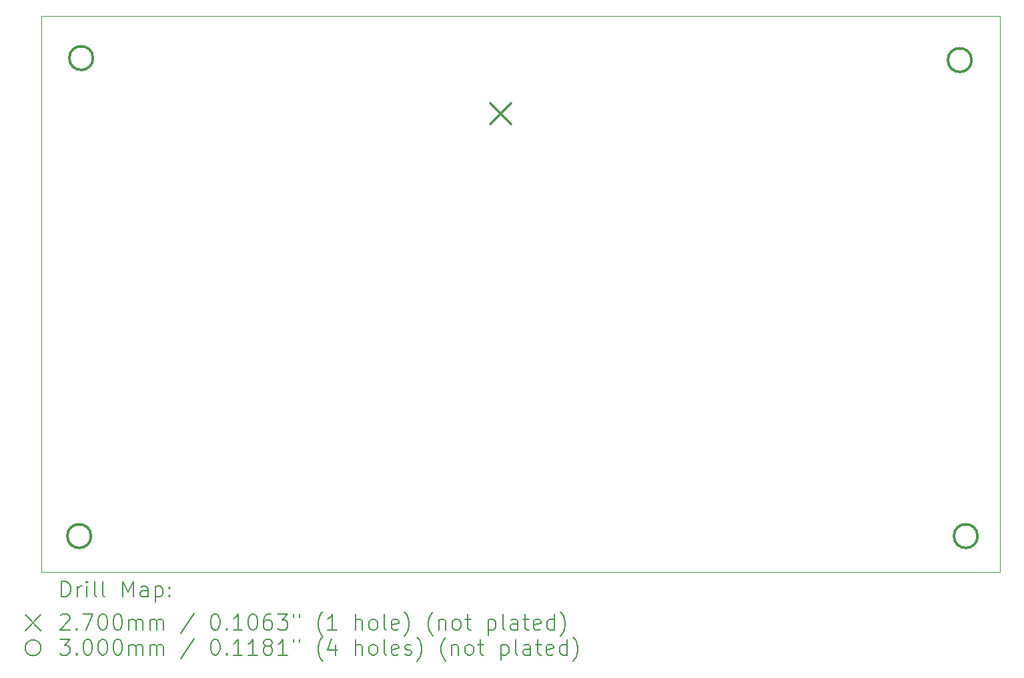
<source format=gbr>
%TF.GenerationSoftware,KiCad,Pcbnew,8.0.0*%
%TF.CreationDate,2024-03-17T18:16:01+01:00*%
%TF.ProjectId,Motor_Control,4d6f746f-725f-4436-9f6e-74726f6c2e6b,rev?*%
%TF.SameCoordinates,Original*%
%TF.FileFunction,Drillmap*%
%TF.FilePolarity,Positive*%
%FSLAX45Y45*%
G04 Gerber Fmt 4.5, Leading zero omitted, Abs format (unit mm)*
G04 Created by KiCad (PCBNEW 8.0.0) date 2024-03-17 18:16:01*
%MOMM*%
%LPD*%
G01*
G04 APERTURE LIST*
%ADD10C,0.050000*%
%ADD11C,0.200000*%
%ADD12C,0.270000*%
%ADD13C,0.300000*%
G04 APERTURE END LIST*
D10*
X14224000Y-4216400D02*
X26390600Y-4216400D01*
X26390600Y-11277600D01*
X14224000Y-11277600D01*
X14224000Y-4216400D01*
D11*
D12*
X19917500Y-5317500D02*
X20187500Y-5587500D01*
X20187500Y-5317500D02*
X19917500Y-5587500D01*
D13*
X14856600Y-10820400D02*
G75*
G02*
X14556600Y-10820400I-150000J0D01*
G01*
X14556600Y-10820400D02*
G75*
G02*
X14856600Y-10820400I150000J0D01*
G01*
X14882000Y-4749800D02*
G75*
G02*
X14582000Y-4749800I-150000J0D01*
G01*
X14582000Y-4749800D02*
G75*
G02*
X14882000Y-4749800I150000J0D01*
G01*
X26032600Y-4775200D02*
G75*
G02*
X25732600Y-4775200I-150000J0D01*
G01*
X25732600Y-4775200D02*
G75*
G02*
X26032600Y-4775200I150000J0D01*
G01*
X26108800Y-10820400D02*
G75*
G02*
X25808800Y-10820400I-150000J0D01*
G01*
X25808800Y-10820400D02*
G75*
G02*
X26108800Y-10820400I150000J0D01*
G01*
D11*
X14482277Y-11591584D02*
X14482277Y-11391584D01*
X14482277Y-11391584D02*
X14529896Y-11391584D01*
X14529896Y-11391584D02*
X14558467Y-11401108D01*
X14558467Y-11401108D02*
X14577515Y-11420155D01*
X14577515Y-11420155D02*
X14587039Y-11439203D01*
X14587039Y-11439203D02*
X14596562Y-11477298D01*
X14596562Y-11477298D02*
X14596562Y-11505869D01*
X14596562Y-11505869D02*
X14587039Y-11543965D01*
X14587039Y-11543965D02*
X14577515Y-11563012D01*
X14577515Y-11563012D02*
X14558467Y-11582060D01*
X14558467Y-11582060D02*
X14529896Y-11591584D01*
X14529896Y-11591584D02*
X14482277Y-11591584D01*
X14682277Y-11591584D02*
X14682277Y-11458250D01*
X14682277Y-11496346D02*
X14691801Y-11477298D01*
X14691801Y-11477298D02*
X14701324Y-11467774D01*
X14701324Y-11467774D02*
X14720372Y-11458250D01*
X14720372Y-11458250D02*
X14739420Y-11458250D01*
X14806086Y-11591584D02*
X14806086Y-11458250D01*
X14806086Y-11391584D02*
X14796562Y-11401108D01*
X14796562Y-11401108D02*
X14806086Y-11410631D01*
X14806086Y-11410631D02*
X14815610Y-11401108D01*
X14815610Y-11401108D02*
X14806086Y-11391584D01*
X14806086Y-11391584D02*
X14806086Y-11410631D01*
X14929896Y-11591584D02*
X14910848Y-11582060D01*
X14910848Y-11582060D02*
X14901324Y-11563012D01*
X14901324Y-11563012D02*
X14901324Y-11391584D01*
X15034658Y-11591584D02*
X15015610Y-11582060D01*
X15015610Y-11582060D02*
X15006086Y-11563012D01*
X15006086Y-11563012D02*
X15006086Y-11391584D01*
X15263229Y-11591584D02*
X15263229Y-11391584D01*
X15263229Y-11391584D02*
X15329896Y-11534441D01*
X15329896Y-11534441D02*
X15396562Y-11391584D01*
X15396562Y-11391584D02*
X15396562Y-11591584D01*
X15577515Y-11591584D02*
X15577515Y-11486822D01*
X15577515Y-11486822D02*
X15567991Y-11467774D01*
X15567991Y-11467774D02*
X15548943Y-11458250D01*
X15548943Y-11458250D02*
X15510848Y-11458250D01*
X15510848Y-11458250D02*
X15491801Y-11467774D01*
X15577515Y-11582060D02*
X15558467Y-11591584D01*
X15558467Y-11591584D02*
X15510848Y-11591584D01*
X15510848Y-11591584D02*
X15491801Y-11582060D01*
X15491801Y-11582060D02*
X15482277Y-11563012D01*
X15482277Y-11563012D02*
X15482277Y-11543965D01*
X15482277Y-11543965D02*
X15491801Y-11524917D01*
X15491801Y-11524917D02*
X15510848Y-11515393D01*
X15510848Y-11515393D02*
X15558467Y-11515393D01*
X15558467Y-11515393D02*
X15577515Y-11505869D01*
X15672753Y-11458250D02*
X15672753Y-11658250D01*
X15672753Y-11467774D02*
X15691801Y-11458250D01*
X15691801Y-11458250D02*
X15729896Y-11458250D01*
X15729896Y-11458250D02*
X15748943Y-11467774D01*
X15748943Y-11467774D02*
X15758467Y-11477298D01*
X15758467Y-11477298D02*
X15767991Y-11496346D01*
X15767991Y-11496346D02*
X15767991Y-11553488D01*
X15767991Y-11553488D02*
X15758467Y-11572536D01*
X15758467Y-11572536D02*
X15748943Y-11582060D01*
X15748943Y-11582060D02*
X15729896Y-11591584D01*
X15729896Y-11591584D02*
X15691801Y-11591584D01*
X15691801Y-11591584D02*
X15672753Y-11582060D01*
X15853705Y-11572536D02*
X15863229Y-11582060D01*
X15863229Y-11582060D02*
X15853705Y-11591584D01*
X15853705Y-11591584D02*
X15844182Y-11582060D01*
X15844182Y-11582060D02*
X15853705Y-11572536D01*
X15853705Y-11572536D02*
X15853705Y-11591584D01*
X15853705Y-11467774D02*
X15863229Y-11477298D01*
X15863229Y-11477298D02*
X15853705Y-11486822D01*
X15853705Y-11486822D02*
X15844182Y-11477298D01*
X15844182Y-11477298D02*
X15853705Y-11467774D01*
X15853705Y-11467774D02*
X15853705Y-11486822D01*
X14021500Y-11820100D02*
X14221500Y-12020100D01*
X14221500Y-11820100D02*
X14021500Y-12020100D01*
X14472753Y-11830631D02*
X14482277Y-11821108D01*
X14482277Y-11821108D02*
X14501324Y-11811584D01*
X14501324Y-11811584D02*
X14548943Y-11811584D01*
X14548943Y-11811584D02*
X14567991Y-11821108D01*
X14567991Y-11821108D02*
X14577515Y-11830631D01*
X14577515Y-11830631D02*
X14587039Y-11849679D01*
X14587039Y-11849679D02*
X14587039Y-11868727D01*
X14587039Y-11868727D02*
X14577515Y-11897298D01*
X14577515Y-11897298D02*
X14463229Y-12011584D01*
X14463229Y-12011584D02*
X14587039Y-12011584D01*
X14672753Y-11992536D02*
X14682277Y-12002060D01*
X14682277Y-12002060D02*
X14672753Y-12011584D01*
X14672753Y-12011584D02*
X14663229Y-12002060D01*
X14663229Y-12002060D02*
X14672753Y-11992536D01*
X14672753Y-11992536D02*
X14672753Y-12011584D01*
X14748943Y-11811584D02*
X14882277Y-11811584D01*
X14882277Y-11811584D02*
X14796562Y-12011584D01*
X14996562Y-11811584D02*
X15015610Y-11811584D01*
X15015610Y-11811584D02*
X15034658Y-11821108D01*
X15034658Y-11821108D02*
X15044182Y-11830631D01*
X15044182Y-11830631D02*
X15053705Y-11849679D01*
X15053705Y-11849679D02*
X15063229Y-11887774D01*
X15063229Y-11887774D02*
X15063229Y-11935393D01*
X15063229Y-11935393D02*
X15053705Y-11973488D01*
X15053705Y-11973488D02*
X15044182Y-11992536D01*
X15044182Y-11992536D02*
X15034658Y-12002060D01*
X15034658Y-12002060D02*
X15015610Y-12011584D01*
X15015610Y-12011584D02*
X14996562Y-12011584D01*
X14996562Y-12011584D02*
X14977515Y-12002060D01*
X14977515Y-12002060D02*
X14967991Y-11992536D01*
X14967991Y-11992536D02*
X14958467Y-11973488D01*
X14958467Y-11973488D02*
X14948943Y-11935393D01*
X14948943Y-11935393D02*
X14948943Y-11887774D01*
X14948943Y-11887774D02*
X14958467Y-11849679D01*
X14958467Y-11849679D02*
X14967991Y-11830631D01*
X14967991Y-11830631D02*
X14977515Y-11821108D01*
X14977515Y-11821108D02*
X14996562Y-11811584D01*
X15187039Y-11811584D02*
X15206086Y-11811584D01*
X15206086Y-11811584D02*
X15225134Y-11821108D01*
X15225134Y-11821108D02*
X15234658Y-11830631D01*
X15234658Y-11830631D02*
X15244182Y-11849679D01*
X15244182Y-11849679D02*
X15253705Y-11887774D01*
X15253705Y-11887774D02*
X15253705Y-11935393D01*
X15253705Y-11935393D02*
X15244182Y-11973488D01*
X15244182Y-11973488D02*
X15234658Y-11992536D01*
X15234658Y-11992536D02*
X15225134Y-12002060D01*
X15225134Y-12002060D02*
X15206086Y-12011584D01*
X15206086Y-12011584D02*
X15187039Y-12011584D01*
X15187039Y-12011584D02*
X15167991Y-12002060D01*
X15167991Y-12002060D02*
X15158467Y-11992536D01*
X15158467Y-11992536D02*
X15148943Y-11973488D01*
X15148943Y-11973488D02*
X15139420Y-11935393D01*
X15139420Y-11935393D02*
X15139420Y-11887774D01*
X15139420Y-11887774D02*
X15148943Y-11849679D01*
X15148943Y-11849679D02*
X15158467Y-11830631D01*
X15158467Y-11830631D02*
X15167991Y-11821108D01*
X15167991Y-11821108D02*
X15187039Y-11811584D01*
X15339420Y-12011584D02*
X15339420Y-11878250D01*
X15339420Y-11897298D02*
X15348943Y-11887774D01*
X15348943Y-11887774D02*
X15367991Y-11878250D01*
X15367991Y-11878250D02*
X15396563Y-11878250D01*
X15396563Y-11878250D02*
X15415610Y-11887774D01*
X15415610Y-11887774D02*
X15425134Y-11906822D01*
X15425134Y-11906822D02*
X15425134Y-12011584D01*
X15425134Y-11906822D02*
X15434658Y-11887774D01*
X15434658Y-11887774D02*
X15453705Y-11878250D01*
X15453705Y-11878250D02*
X15482277Y-11878250D01*
X15482277Y-11878250D02*
X15501324Y-11887774D01*
X15501324Y-11887774D02*
X15510848Y-11906822D01*
X15510848Y-11906822D02*
X15510848Y-12011584D01*
X15606086Y-12011584D02*
X15606086Y-11878250D01*
X15606086Y-11897298D02*
X15615610Y-11887774D01*
X15615610Y-11887774D02*
X15634658Y-11878250D01*
X15634658Y-11878250D02*
X15663229Y-11878250D01*
X15663229Y-11878250D02*
X15682277Y-11887774D01*
X15682277Y-11887774D02*
X15691801Y-11906822D01*
X15691801Y-11906822D02*
X15691801Y-12011584D01*
X15691801Y-11906822D02*
X15701324Y-11887774D01*
X15701324Y-11887774D02*
X15720372Y-11878250D01*
X15720372Y-11878250D02*
X15748943Y-11878250D01*
X15748943Y-11878250D02*
X15767991Y-11887774D01*
X15767991Y-11887774D02*
X15777515Y-11906822D01*
X15777515Y-11906822D02*
X15777515Y-12011584D01*
X16167991Y-11802060D02*
X15996563Y-12059203D01*
X16425134Y-11811584D02*
X16444182Y-11811584D01*
X16444182Y-11811584D02*
X16463229Y-11821108D01*
X16463229Y-11821108D02*
X16472753Y-11830631D01*
X16472753Y-11830631D02*
X16482277Y-11849679D01*
X16482277Y-11849679D02*
X16491801Y-11887774D01*
X16491801Y-11887774D02*
X16491801Y-11935393D01*
X16491801Y-11935393D02*
X16482277Y-11973488D01*
X16482277Y-11973488D02*
X16472753Y-11992536D01*
X16472753Y-11992536D02*
X16463229Y-12002060D01*
X16463229Y-12002060D02*
X16444182Y-12011584D01*
X16444182Y-12011584D02*
X16425134Y-12011584D01*
X16425134Y-12011584D02*
X16406086Y-12002060D01*
X16406086Y-12002060D02*
X16396563Y-11992536D01*
X16396563Y-11992536D02*
X16387039Y-11973488D01*
X16387039Y-11973488D02*
X16377515Y-11935393D01*
X16377515Y-11935393D02*
X16377515Y-11887774D01*
X16377515Y-11887774D02*
X16387039Y-11849679D01*
X16387039Y-11849679D02*
X16396563Y-11830631D01*
X16396563Y-11830631D02*
X16406086Y-11821108D01*
X16406086Y-11821108D02*
X16425134Y-11811584D01*
X16577515Y-11992536D02*
X16587039Y-12002060D01*
X16587039Y-12002060D02*
X16577515Y-12011584D01*
X16577515Y-12011584D02*
X16567991Y-12002060D01*
X16567991Y-12002060D02*
X16577515Y-11992536D01*
X16577515Y-11992536D02*
X16577515Y-12011584D01*
X16777515Y-12011584D02*
X16663229Y-12011584D01*
X16720372Y-12011584D02*
X16720372Y-11811584D01*
X16720372Y-11811584D02*
X16701325Y-11840155D01*
X16701325Y-11840155D02*
X16682277Y-11859203D01*
X16682277Y-11859203D02*
X16663229Y-11868727D01*
X16901325Y-11811584D02*
X16920372Y-11811584D01*
X16920372Y-11811584D02*
X16939420Y-11821108D01*
X16939420Y-11821108D02*
X16948944Y-11830631D01*
X16948944Y-11830631D02*
X16958468Y-11849679D01*
X16958468Y-11849679D02*
X16967991Y-11887774D01*
X16967991Y-11887774D02*
X16967991Y-11935393D01*
X16967991Y-11935393D02*
X16958468Y-11973488D01*
X16958468Y-11973488D02*
X16948944Y-11992536D01*
X16948944Y-11992536D02*
X16939420Y-12002060D01*
X16939420Y-12002060D02*
X16920372Y-12011584D01*
X16920372Y-12011584D02*
X16901325Y-12011584D01*
X16901325Y-12011584D02*
X16882277Y-12002060D01*
X16882277Y-12002060D02*
X16872753Y-11992536D01*
X16872753Y-11992536D02*
X16863229Y-11973488D01*
X16863229Y-11973488D02*
X16853706Y-11935393D01*
X16853706Y-11935393D02*
X16853706Y-11887774D01*
X16853706Y-11887774D02*
X16863229Y-11849679D01*
X16863229Y-11849679D02*
X16872753Y-11830631D01*
X16872753Y-11830631D02*
X16882277Y-11821108D01*
X16882277Y-11821108D02*
X16901325Y-11811584D01*
X17139420Y-11811584D02*
X17101325Y-11811584D01*
X17101325Y-11811584D02*
X17082277Y-11821108D01*
X17082277Y-11821108D02*
X17072753Y-11830631D01*
X17072753Y-11830631D02*
X17053706Y-11859203D01*
X17053706Y-11859203D02*
X17044182Y-11897298D01*
X17044182Y-11897298D02*
X17044182Y-11973488D01*
X17044182Y-11973488D02*
X17053706Y-11992536D01*
X17053706Y-11992536D02*
X17063229Y-12002060D01*
X17063229Y-12002060D02*
X17082277Y-12011584D01*
X17082277Y-12011584D02*
X17120372Y-12011584D01*
X17120372Y-12011584D02*
X17139420Y-12002060D01*
X17139420Y-12002060D02*
X17148944Y-11992536D01*
X17148944Y-11992536D02*
X17158468Y-11973488D01*
X17158468Y-11973488D02*
X17158468Y-11925869D01*
X17158468Y-11925869D02*
X17148944Y-11906822D01*
X17148944Y-11906822D02*
X17139420Y-11897298D01*
X17139420Y-11897298D02*
X17120372Y-11887774D01*
X17120372Y-11887774D02*
X17082277Y-11887774D01*
X17082277Y-11887774D02*
X17063229Y-11897298D01*
X17063229Y-11897298D02*
X17053706Y-11906822D01*
X17053706Y-11906822D02*
X17044182Y-11925869D01*
X17225134Y-11811584D02*
X17348944Y-11811584D01*
X17348944Y-11811584D02*
X17282277Y-11887774D01*
X17282277Y-11887774D02*
X17310849Y-11887774D01*
X17310849Y-11887774D02*
X17329896Y-11897298D01*
X17329896Y-11897298D02*
X17339420Y-11906822D01*
X17339420Y-11906822D02*
X17348944Y-11925869D01*
X17348944Y-11925869D02*
X17348944Y-11973488D01*
X17348944Y-11973488D02*
X17339420Y-11992536D01*
X17339420Y-11992536D02*
X17329896Y-12002060D01*
X17329896Y-12002060D02*
X17310849Y-12011584D01*
X17310849Y-12011584D02*
X17253706Y-12011584D01*
X17253706Y-12011584D02*
X17234658Y-12002060D01*
X17234658Y-12002060D02*
X17225134Y-11992536D01*
X17425134Y-11811584D02*
X17425134Y-11849679D01*
X17501325Y-11811584D02*
X17501325Y-11849679D01*
X17796563Y-12087774D02*
X17787039Y-12078250D01*
X17787039Y-12078250D02*
X17767991Y-12049679D01*
X17767991Y-12049679D02*
X17758468Y-12030631D01*
X17758468Y-12030631D02*
X17748944Y-12002060D01*
X17748944Y-12002060D02*
X17739420Y-11954441D01*
X17739420Y-11954441D02*
X17739420Y-11916346D01*
X17739420Y-11916346D02*
X17748944Y-11868727D01*
X17748944Y-11868727D02*
X17758468Y-11840155D01*
X17758468Y-11840155D02*
X17767991Y-11821108D01*
X17767991Y-11821108D02*
X17787039Y-11792536D01*
X17787039Y-11792536D02*
X17796563Y-11783012D01*
X17977515Y-12011584D02*
X17863230Y-12011584D01*
X17920372Y-12011584D02*
X17920372Y-11811584D01*
X17920372Y-11811584D02*
X17901325Y-11840155D01*
X17901325Y-11840155D02*
X17882277Y-11859203D01*
X17882277Y-11859203D02*
X17863230Y-11868727D01*
X18215611Y-12011584D02*
X18215611Y-11811584D01*
X18301325Y-12011584D02*
X18301325Y-11906822D01*
X18301325Y-11906822D02*
X18291801Y-11887774D01*
X18291801Y-11887774D02*
X18272753Y-11878250D01*
X18272753Y-11878250D02*
X18244182Y-11878250D01*
X18244182Y-11878250D02*
X18225134Y-11887774D01*
X18225134Y-11887774D02*
X18215611Y-11897298D01*
X18425134Y-12011584D02*
X18406087Y-12002060D01*
X18406087Y-12002060D02*
X18396563Y-11992536D01*
X18396563Y-11992536D02*
X18387039Y-11973488D01*
X18387039Y-11973488D02*
X18387039Y-11916346D01*
X18387039Y-11916346D02*
X18396563Y-11897298D01*
X18396563Y-11897298D02*
X18406087Y-11887774D01*
X18406087Y-11887774D02*
X18425134Y-11878250D01*
X18425134Y-11878250D02*
X18453706Y-11878250D01*
X18453706Y-11878250D02*
X18472753Y-11887774D01*
X18472753Y-11887774D02*
X18482277Y-11897298D01*
X18482277Y-11897298D02*
X18491801Y-11916346D01*
X18491801Y-11916346D02*
X18491801Y-11973488D01*
X18491801Y-11973488D02*
X18482277Y-11992536D01*
X18482277Y-11992536D02*
X18472753Y-12002060D01*
X18472753Y-12002060D02*
X18453706Y-12011584D01*
X18453706Y-12011584D02*
X18425134Y-12011584D01*
X18606087Y-12011584D02*
X18587039Y-12002060D01*
X18587039Y-12002060D02*
X18577515Y-11983012D01*
X18577515Y-11983012D02*
X18577515Y-11811584D01*
X18758468Y-12002060D02*
X18739420Y-12011584D01*
X18739420Y-12011584D02*
X18701325Y-12011584D01*
X18701325Y-12011584D02*
X18682277Y-12002060D01*
X18682277Y-12002060D02*
X18672753Y-11983012D01*
X18672753Y-11983012D02*
X18672753Y-11906822D01*
X18672753Y-11906822D02*
X18682277Y-11887774D01*
X18682277Y-11887774D02*
X18701325Y-11878250D01*
X18701325Y-11878250D02*
X18739420Y-11878250D01*
X18739420Y-11878250D02*
X18758468Y-11887774D01*
X18758468Y-11887774D02*
X18767992Y-11906822D01*
X18767992Y-11906822D02*
X18767992Y-11925869D01*
X18767992Y-11925869D02*
X18672753Y-11944917D01*
X18834658Y-12087774D02*
X18844182Y-12078250D01*
X18844182Y-12078250D02*
X18863230Y-12049679D01*
X18863230Y-12049679D02*
X18872753Y-12030631D01*
X18872753Y-12030631D02*
X18882277Y-12002060D01*
X18882277Y-12002060D02*
X18891801Y-11954441D01*
X18891801Y-11954441D02*
X18891801Y-11916346D01*
X18891801Y-11916346D02*
X18882277Y-11868727D01*
X18882277Y-11868727D02*
X18872753Y-11840155D01*
X18872753Y-11840155D02*
X18863230Y-11821108D01*
X18863230Y-11821108D02*
X18844182Y-11792536D01*
X18844182Y-11792536D02*
X18834658Y-11783012D01*
X19196563Y-12087774D02*
X19187039Y-12078250D01*
X19187039Y-12078250D02*
X19167992Y-12049679D01*
X19167992Y-12049679D02*
X19158468Y-12030631D01*
X19158468Y-12030631D02*
X19148944Y-12002060D01*
X19148944Y-12002060D02*
X19139420Y-11954441D01*
X19139420Y-11954441D02*
X19139420Y-11916346D01*
X19139420Y-11916346D02*
X19148944Y-11868727D01*
X19148944Y-11868727D02*
X19158468Y-11840155D01*
X19158468Y-11840155D02*
X19167992Y-11821108D01*
X19167992Y-11821108D02*
X19187039Y-11792536D01*
X19187039Y-11792536D02*
X19196563Y-11783012D01*
X19272753Y-11878250D02*
X19272753Y-12011584D01*
X19272753Y-11897298D02*
X19282277Y-11887774D01*
X19282277Y-11887774D02*
X19301325Y-11878250D01*
X19301325Y-11878250D02*
X19329896Y-11878250D01*
X19329896Y-11878250D02*
X19348944Y-11887774D01*
X19348944Y-11887774D02*
X19358468Y-11906822D01*
X19358468Y-11906822D02*
X19358468Y-12011584D01*
X19482277Y-12011584D02*
X19463230Y-12002060D01*
X19463230Y-12002060D02*
X19453706Y-11992536D01*
X19453706Y-11992536D02*
X19444182Y-11973488D01*
X19444182Y-11973488D02*
X19444182Y-11916346D01*
X19444182Y-11916346D02*
X19453706Y-11897298D01*
X19453706Y-11897298D02*
X19463230Y-11887774D01*
X19463230Y-11887774D02*
X19482277Y-11878250D01*
X19482277Y-11878250D02*
X19510849Y-11878250D01*
X19510849Y-11878250D02*
X19529896Y-11887774D01*
X19529896Y-11887774D02*
X19539420Y-11897298D01*
X19539420Y-11897298D02*
X19548944Y-11916346D01*
X19548944Y-11916346D02*
X19548944Y-11973488D01*
X19548944Y-11973488D02*
X19539420Y-11992536D01*
X19539420Y-11992536D02*
X19529896Y-12002060D01*
X19529896Y-12002060D02*
X19510849Y-12011584D01*
X19510849Y-12011584D02*
X19482277Y-12011584D01*
X19606087Y-11878250D02*
X19682277Y-11878250D01*
X19634658Y-11811584D02*
X19634658Y-11983012D01*
X19634658Y-11983012D02*
X19644182Y-12002060D01*
X19644182Y-12002060D02*
X19663230Y-12011584D01*
X19663230Y-12011584D02*
X19682277Y-12011584D01*
X19901325Y-11878250D02*
X19901325Y-12078250D01*
X19901325Y-11887774D02*
X19920373Y-11878250D01*
X19920373Y-11878250D02*
X19958468Y-11878250D01*
X19958468Y-11878250D02*
X19977515Y-11887774D01*
X19977515Y-11887774D02*
X19987039Y-11897298D01*
X19987039Y-11897298D02*
X19996563Y-11916346D01*
X19996563Y-11916346D02*
X19996563Y-11973488D01*
X19996563Y-11973488D02*
X19987039Y-11992536D01*
X19987039Y-11992536D02*
X19977515Y-12002060D01*
X19977515Y-12002060D02*
X19958468Y-12011584D01*
X19958468Y-12011584D02*
X19920373Y-12011584D01*
X19920373Y-12011584D02*
X19901325Y-12002060D01*
X20110849Y-12011584D02*
X20091801Y-12002060D01*
X20091801Y-12002060D02*
X20082277Y-11983012D01*
X20082277Y-11983012D02*
X20082277Y-11811584D01*
X20272754Y-12011584D02*
X20272754Y-11906822D01*
X20272754Y-11906822D02*
X20263230Y-11887774D01*
X20263230Y-11887774D02*
X20244182Y-11878250D01*
X20244182Y-11878250D02*
X20206087Y-11878250D01*
X20206087Y-11878250D02*
X20187039Y-11887774D01*
X20272754Y-12002060D02*
X20253706Y-12011584D01*
X20253706Y-12011584D02*
X20206087Y-12011584D01*
X20206087Y-12011584D02*
X20187039Y-12002060D01*
X20187039Y-12002060D02*
X20177515Y-11983012D01*
X20177515Y-11983012D02*
X20177515Y-11963965D01*
X20177515Y-11963965D02*
X20187039Y-11944917D01*
X20187039Y-11944917D02*
X20206087Y-11935393D01*
X20206087Y-11935393D02*
X20253706Y-11935393D01*
X20253706Y-11935393D02*
X20272754Y-11925869D01*
X20339420Y-11878250D02*
X20415611Y-11878250D01*
X20367992Y-11811584D02*
X20367992Y-11983012D01*
X20367992Y-11983012D02*
X20377515Y-12002060D01*
X20377515Y-12002060D02*
X20396563Y-12011584D01*
X20396563Y-12011584D02*
X20415611Y-12011584D01*
X20558468Y-12002060D02*
X20539420Y-12011584D01*
X20539420Y-12011584D02*
X20501325Y-12011584D01*
X20501325Y-12011584D02*
X20482277Y-12002060D01*
X20482277Y-12002060D02*
X20472754Y-11983012D01*
X20472754Y-11983012D02*
X20472754Y-11906822D01*
X20472754Y-11906822D02*
X20482277Y-11887774D01*
X20482277Y-11887774D02*
X20501325Y-11878250D01*
X20501325Y-11878250D02*
X20539420Y-11878250D01*
X20539420Y-11878250D02*
X20558468Y-11887774D01*
X20558468Y-11887774D02*
X20567992Y-11906822D01*
X20567992Y-11906822D02*
X20567992Y-11925869D01*
X20567992Y-11925869D02*
X20472754Y-11944917D01*
X20739420Y-12011584D02*
X20739420Y-11811584D01*
X20739420Y-12002060D02*
X20720373Y-12011584D01*
X20720373Y-12011584D02*
X20682277Y-12011584D01*
X20682277Y-12011584D02*
X20663230Y-12002060D01*
X20663230Y-12002060D02*
X20653706Y-11992536D01*
X20653706Y-11992536D02*
X20644182Y-11973488D01*
X20644182Y-11973488D02*
X20644182Y-11916346D01*
X20644182Y-11916346D02*
X20653706Y-11897298D01*
X20653706Y-11897298D02*
X20663230Y-11887774D01*
X20663230Y-11887774D02*
X20682277Y-11878250D01*
X20682277Y-11878250D02*
X20720373Y-11878250D01*
X20720373Y-11878250D02*
X20739420Y-11887774D01*
X20815611Y-12087774D02*
X20825135Y-12078250D01*
X20825135Y-12078250D02*
X20844182Y-12049679D01*
X20844182Y-12049679D02*
X20853706Y-12030631D01*
X20853706Y-12030631D02*
X20863230Y-12002060D01*
X20863230Y-12002060D02*
X20872754Y-11954441D01*
X20872754Y-11954441D02*
X20872754Y-11916346D01*
X20872754Y-11916346D02*
X20863230Y-11868727D01*
X20863230Y-11868727D02*
X20853706Y-11840155D01*
X20853706Y-11840155D02*
X20844182Y-11821108D01*
X20844182Y-11821108D02*
X20825135Y-11792536D01*
X20825135Y-11792536D02*
X20815611Y-11783012D01*
X14221500Y-12240100D02*
G75*
G02*
X14021500Y-12240100I-100000J0D01*
G01*
X14021500Y-12240100D02*
G75*
G02*
X14221500Y-12240100I100000J0D01*
G01*
X14463229Y-12131584D02*
X14587039Y-12131584D01*
X14587039Y-12131584D02*
X14520372Y-12207774D01*
X14520372Y-12207774D02*
X14548943Y-12207774D01*
X14548943Y-12207774D02*
X14567991Y-12217298D01*
X14567991Y-12217298D02*
X14577515Y-12226822D01*
X14577515Y-12226822D02*
X14587039Y-12245869D01*
X14587039Y-12245869D02*
X14587039Y-12293488D01*
X14587039Y-12293488D02*
X14577515Y-12312536D01*
X14577515Y-12312536D02*
X14567991Y-12322060D01*
X14567991Y-12322060D02*
X14548943Y-12331584D01*
X14548943Y-12331584D02*
X14491801Y-12331584D01*
X14491801Y-12331584D02*
X14472753Y-12322060D01*
X14472753Y-12322060D02*
X14463229Y-12312536D01*
X14672753Y-12312536D02*
X14682277Y-12322060D01*
X14682277Y-12322060D02*
X14672753Y-12331584D01*
X14672753Y-12331584D02*
X14663229Y-12322060D01*
X14663229Y-12322060D02*
X14672753Y-12312536D01*
X14672753Y-12312536D02*
X14672753Y-12331584D01*
X14806086Y-12131584D02*
X14825134Y-12131584D01*
X14825134Y-12131584D02*
X14844182Y-12141108D01*
X14844182Y-12141108D02*
X14853705Y-12150631D01*
X14853705Y-12150631D02*
X14863229Y-12169679D01*
X14863229Y-12169679D02*
X14872753Y-12207774D01*
X14872753Y-12207774D02*
X14872753Y-12255393D01*
X14872753Y-12255393D02*
X14863229Y-12293488D01*
X14863229Y-12293488D02*
X14853705Y-12312536D01*
X14853705Y-12312536D02*
X14844182Y-12322060D01*
X14844182Y-12322060D02*
X14825134Y-12331584D01*
X14825134Y-12331584D02*
X14806086Y-12331584D01*
X14806086Y-12331584D02*
X14787039Y-12322060D01*
X14787039Y-12322060D02*
X14777515Y-12312536D01*
X14777515Y-12312536D02*
X14767991Y-12293488D01*
X14767991Y-12293488D02*
X14758467Y-12255393D01*
X14758467Y-12255393D02*
X14758467Y-12207774D01*
X14758467Y-12207774D02*
X14767991Y-12169679D01*
X14767991Y-12169679D02*
X14777515Y-12150631D01*
X14777515Y-12150631D02*
X14787039Y-12141108D01*
X14787039Y-12141108D02*
X14806086Y-12131584D01*
X14996562Y-12131584D02*
X15015610Y-12131584D01*
X15015610Y-12131584D02*
X15034658Y-12141108D01*
X15034658Y-12141108D02*
X15044182Y-12150631D01*
X15044182Y-12150631D02*
X15053705Y-12169679D01*
X15053705Y-12169679D02*
X15063229Y-12207774D01*
X15063229Y-12207774D02*
X15063229Y-12255393D01*
X15063229Y-12255393D02*
X15053705Y-12293488D01*
X15053705Y-12293488D02*
X15044182Y-12312536D01*
X15044182Y-12312536D02*
X15034658Y-12322060D01*
X15034658Y-12322060D02*
X15015610Y-12331584D01*
X15015610Y-12331584D02*
X14996562Y-12331584D01*
X14996562Y-12331584D02*
X14977515Y-12322060D01*
X14977515Y-12322060D02*
X14967991Y-12312536D01*
X14967991Y-12312536D02*
X14958467Y-12293488D01*
X14958467Y-12293488D02*
X14948943Y-12255393D01*
X14948943Y-12255393D02*
X14948943Y-12207774D01*
X14948943Y-12207774D02*
X14958467Y-12169679D01*
X14958467Y-12169679D02*
X14967991Y-12150631D01*
X14967991Y-12150631D02*
X14977515Y-12141108D01*
X14977515Y-12141108D02*
X14996562Y-12131584D01*
X15187039Y-12131584D02*
X15206086Y-12131584D01*
X15206086Y-12131584D02*
X15225134Y-12141108D01*
X15225134Y-12141108D02*
X15234658Y-12150631D01*
X15234658Y-12150631D02*
X15244182Y-12169679D01*
X15244182Y-12169679D02*
X15253705Y-12207774D01*
X15253705Y-12207774D02*
X15253705Y-12255393D01*
X15253705Y-12255393D02*
X15244182Y-12293488D01*
X15244182Y-12293488D02*
X15234658Y-12312536D01*
X15234658Y-12312536D02*
X15225134Y-12322060D01*
X15225134Y-12322060D02*
X15206086Y-12331584D01*
X15206086Y-12331584D02*
X15187039Y-12331584D01*
X15187039Y-12331584D02*
X15167991Y-12322060D01*
X15167991Y-12322060D02*
X15158467Y-12312536D01*
X15158467Y-12312536D02*
X15148943Y-12293488D01*
X15148943Y-12293488D02*
X15139420Y-12255393D01*
X15139420Y-12255393D02*
X15139420Y-12207774D01*
X15139420Y-12207774D02*
X15148943Y-12169679D01*
X15148943Y-12169679D02*
X15158467Y-12150631D01*
X15158467Y-12150631D02*
X15167991Y-12141108D01*
X15167991Y-12141108D02*
X15187039Y-12131584D01*
X15339420Y-12331584D02*
X15339420Y-12198250D01*
X15339420Y-12217298D02*
X15348943Y-12207774D01*
X15348943Y-12207774D02*
X15367991Y-12198250D01*
X15367991Y-12198250D02*
X15396563Y-12198250D01*
X15396563Y-12198250D02*
X15415610Y-12207774D01*
X15415610Y-12207774D02*
X15425134Y-12226822D01*
X15425134Y-12226822D02*
X15425134Y-12331584D01*
X15425134Y-12226822D02*
X15434658Y-12207774D01*
X15434658Y-12207774D02*
X15453705Y-12198250D01*
X15453705Y-12198250D02*
X15482277Y-12198250D01*
X15482277Y-12198250D02*
X15501324Y-12207774D01*
X15501324Y-12207774D02*
X15510848Y-12226822D01*
X15510848Y-12226822D02*
X15510848Y-12331584D01*
X15606086Y-12331584D02*
X15606086Y-12198250D01*
X15606086Y-12217298D02*
X15615610Y-12207774D01*
X15615610Y-12207774D02*
X15634658Y-12198250D01*
X15634658Y-12198250D02*
X15663229Y-12198250D01*
X15663229Y-12198250D02*
X15682277Y-12207774D01*
X15682277Y-12207774D02*
X15691801Y-12226822D01*
X15691801Y-12226822D02*
X15691801Y-12331584D01*
X15691801Y-12226822D02*
X15701324Y-12207774D01*
X15701324Y-12207774D02*
X15720372Y-12198250D01*
X15720372Y-12198250D02*
X15748943Y-12198250D01*
X15748943Y-12198250D02*
X15767991Y-12207774D01*
X15767991Y-12207774D02*
X15777515Y-12226822D01*
X15777515Y-12226822D02*
X15777515Y-12331584D01*
X16167991Y-12122060D02*
X15996563Y-12379203D01*
X16425134Y-12131584D02*
X16444182Y-12131584D01*
X16444182Y-12131584D02*
X16463229Y-12141108D01*
X16463229Y-12141108D02*
X16472753Y-12150631D01*
X16472753Y-12150631D02*
X16482277Y-12169679D01*
X16482277Y-12169679D02*
X16491801Y-12207774D01*
X16491801Y-12207774D02*
X16491801Y-12255393D01*
X16491801Y-12255393D02*
X16482277Y-12293488D01*
X16482277Y-12293488D02*
X16472753Y-12312536D01*
X16472753Y-12312536D02*
X16463229Y-12322060D01*
X16463229Y-12322060D02*
X16444182Y-12331584D01*
X16444182Y-12331584D02*
X16425134Y-12331584D01*
X16425134Y-12331584D02*
X16406086Y-12322060D01*
X16406086Y-12322060D02*
X16396563Y-12312536D01*
X16396563Y-12312536D02*
X16387039Y-12293488D01*
X16387039Y-12293488D02*
X16377515Y-12255393D01*
X16377515Y-12255393D02*
X16377515Y-12207774D01*
X16377515Y-12207774D02*
X16387039Y-12169679D01*
X16387039Y-12169679D02*
X16396563Y-12150631D01*
X16396563Y-12150631D02*
X16406086Y-12141108D01*
X16406086Y-12141108D02*
X16425134Y-12131584D01*
X16577515Y-12312536D02*
X16587039Y-12322060D01*
X16587039Y-12322060D02*
X16577515Y-12331584D01*
X16577515Y-12331584D02*
X16567991Y-12322060D01*
X16567991Y-12322060D02*
X16577515Y-12312536D01*
X16577515Y-12312536D02*
X16577515Y-12331584D01*
X16777515Y-12331584D02*
X16663229Y-12331584D01*
X16720372Y-12331584D02*
X16720372Y-12131584D01*
X16720372Y-12131584D02*
X16701325Y-12160155D01*
X16701325Y-12160155D02*
X16682277Y-12179203D01*
X16682277Y-12179203D02*
X16663229Y-12188727D01*
X16967991Y-12331584D02*
X16853706Y-12331584D01*
X16910848Y-12331584D02*
X16910848Y-12131584D01*
X16910848Y-12131584D02*
X16891801Y-12160155D01*
X16891801Y-12160155D02*
X16872753Y-12179203D01*
X16872753Y-12179203D02*
X16853706Y-12188727D01*
X17082277Y-12217298D02*
X17063229Y-12207774D01*
X17063229Y-12207774D02*
X17053706Y-12198250D01*
X17053706Y-12198250D02*
X17044182Y-12179203D01*
X17044182Y-12179203D02*
X17044182Y-12169679D01*
X17044182Y-12169679D02*
X17053706Y-12150631D01*
X17053706Y-12150631D02*
X17063229Y-12141108D01*
X17063229Y-12141108D02*
X17082277Y-12131584D01*
X17082277Y-12131584D02*
X17120372Y-12131584D01*
X17120372Y-12131584D02*
X17139420Y-12141108D01*
X17139420Y-12141108D02*
X17148944Y-12150631D01*
X17148944Y-12150631D02*
X17158468Y-12169679D01*
X17158468Y-12169679D02*
X17158468Y-12179203D01*
X17158468Y-12179203D02*
X17148944Y-12198250D01*
X17148944Y-12198250D02*
X17139420Y-12207774D01*
X17139420Y-12207774D02*
X17120372Y-12217298D01*
X17120372Y-12217298D02*
X17082277Y-12217298D01*
X17082277Y-12217298D02*
X17063229Y-12226822D01*
X17063229Y-12226822D02*
X17053706Y-12236346D01*
X17053706Y-12236346D02*
X17044182Y-12255393D01*
X17044182Y-12255393D02*
X17044182Y-12293488D01*
X17044182Y-12293488D02*
X17053706Y-12312536D01*
X17053706Y-12312536D02*
X17063229Y-12322060D01*
X17063229Y-12322060D02*
X17082277Y-12331584D01*
X17082277Y-12331584D02*
X17120372Y-12331584D01*
X17120372Y-12331584D02*
X17139420Y-12322060D01*
X17139420Y-12322060D02*
X17148944Y-12312536D01*
X17148944Y-12312536D02*
X17158468Y-12293488D01*
X17158468Y-12293488D02*
X17158468Y-12255393D01*
X17158468Y-12255393D02*
X17148944Y-12236346D01*
X17148944Y-12236346D02*
X17139420Y-12226822D01*
X17139420Y-12226822D02*
X17120372Y-12217298D01*
X17348944Y-12331584D02*
X17234658Y-12331584D01*
X17291801Y-12331584D02*
X17291801Y-12131584D01*
X17291801Y-12131584D02*
X17272753Y-12160155D01*
X17272753Y-12160155D02*
X17253706Y-12179203D01*
X17253706Y-12179203D02*
X17234658Y-12188727D01*
X17425134Y-12131584D02*
X17425134Y-12169679D01*
X17501325Y-12131584D02*
X17501325Y-12169679D01*
X17796563Y-12407774D02*
X17787039Y-12398250D01*
X17787039Y-12398250D02*
X17767991Y-12369679D01*
X17767991Y-12369679D02*
X17758468Y-12350631D01*
X17758468Y-12350631D02*
X17748944Y-12322060D01*
X17748944Y-12322060D02*
X17739420Y-12274441D01*
X17739420Y-12274441D02*
X17739420Y-12236346D01*
X17739420Y-12236346D02*
X17748944Y-12188727D01*
X17748944Y-12188727D02*
X17758468Y-12160155D01*
X17758468Y-12160155D02*
X17767991Y-12141108D01*
X17767991Y-12141108D02*
X17787039Y-12112536D01*
X17787039Y-12112536D02*
X17796563Y-12103012D01*
X17958468Y-12198250D02*
X17958468Y-12331584D01*
X17910849Y-12122060D02*
X17863230Y-12264917D01*
X17863230Y-12264917D02*
X17987039Y-12264917D01*
X18215611Y-12331584D02*
X18215611Y-12131584D01*
X18301325Y-12331584D02*
X18301325Y-12226822D01*
X18301325Y-12226822D02*
X18291801Y-12207774D01*
X18291801Y-12207774D02*
X18272753Y-12198250D01*
X18272753Y-12198250D02*
X18244182Y-12198250D01*
X18244182Y-12198250D02*
X18225134Y-12207774D01*
X18225134Y-12207774D02*
X18215611Y-12217298D01*
X18425134Y-12331584D02*
X18406087Y-12322060D01*
X18406087Y-12322060D02*
X18396563Y-12312536D01*
X18396563Y-12312536D02*
X18387039Y-12293488D01*
X18387039Y-12293488D02*
X18387039Y-12236346D01*
X18387039Y-12236346D02*
X18396563Y-12217298D01*
X18396563Y-12217298D02*
X18406087Y-12207774D01*
X18406087Y-12207774D02*
X18425134Y-12198250D01*
X18425134Y-12198250D02*
X18453706Y-12198250D01*
X18453706Y-12198250D02*
X18472753Y-12207774D01*
X18472753Y-12207774D02*
X18482277Y-12217298D01*
X18482277Y-12217298D02*
X18491801Y-12236346D01*
X18491801Y-12236346D02*
X18491801Y-12293488D01*
X18491801Y-12293488D02*
X18482277Y-12312536D01*
X18482277Y-12312536D02*
X18472753Y-12322060D01*
X18472753Y-12322060D02*
X18453706Y-12331584D01*
X18453706Y-12331584D02*
X18425134Y-12331584D01*
X18606087Y-12331584D02*
X18587039Y-12322060D01*
X18587039Y-12322060D02*
X18577515Y-12303012D01*
X18577515Y-12303012D02*
X18577515Y-12131584D01*
X18758468Y-12322060D02*
X18739420Y-12331584D01*
X18739420Y-12331584D02*
X18701325Y-12331584D01*
X18701325Y-12331584D02*
X18682277Y-12322060D01*
X18682277Y-12322060D02*
X18672753Y-12303012D01*
X18672753Y-12303012D02*
X18672753Y-12226822D01*
X18672753Y-12226822D02*
X18682277Y-12207774D01*
X18682277Y-12207774D02*
X18701325Y-12198250D01*
X18701325Y-12198250D02*
X18739420Y-12198250D01*
X18739420Y-12198250D02*
X18758468Y-12207774D01*
X18758468Y-12207774D02*
X18767992Y-12226822D01*
X18767992Y-12226822D02*
X18767992Y-12245869D01*
X18767992Y-12245869D02*
X18672753Y-12264917D01*
X18844182Y-12322060D02*
X18863230Y-12331584D01*
X18863230Y-12331584D02*
X18901325Y-12331584D01*
X18901325Y-12331584D02*
X18920373Y-12322060D01*
X18920373Y-12322060D02*
X18929896Y-12303012D01*
X18929896Y-12303012D02*
X18929896Y-12293488D01*
X18929896Y-12293488D02*
X18920373Y-12274441D01*
X18920373Y-12274441D02*
X18901325Y-12264917D01*
X18901325Y-12264917D02*
X18872753Y-12264917D01*
X18872753Y-12264917D02*
X18853706Y-12255393D01*
X18853706Y-12255393D02*
X18844182Y-12236346D01*
X18844182Y-12236346D02*
X18844182Y-12226822D01*
X18844182Y-12226822D02*
X18853706Y-12207774D01*
X18853706Y-12207774D02*
X18872753Y-12198250D01*
X18872753Y-12198250D02*
X18901325Y-12198250D01*
X18901325Y-12198250D02*
X18920373Y-12207774D01*
X18996563Y-12407774D02*
X19006087Y-12398250D01*
X19006087Y-12398250D02*
X19025134Y-12369679D01*
X19025134Y-12369679D02*
X19034658Y-12350631D01*
X19034658Y-12350631D02*
X19044182Y-12322060D01*
X19044182Y-12322060D02*
X19053706Y-12274441D01*
X19053706Y-12274441D02*
X19053706Y-12236346D01*
X19053706Y-12236346D02*
X19044182Y-12188727D01*
X19044182Y-12188727D02*
X19034658Y-12160155D01*
X19034658Y-12160155D02*
X19025134Y-12141108D01*
X19025134Y-12141108D02*
X19006087Y-12112536D01*
X19006087Y-12112536D02*
X18996563Y-12103012D01*
X19358468Y-12407774D02*
X19348944Y-12398250D01*
X19348944Y-12398250D02*
X19329896Y-12369679D01*
X19329896Y-12369679D02*
X19320373Y-12350631D01*
X19320373Y-12350631D02*
X19310849Y-12322060D01*
X19310849Y-12322060D02*
X19301325Y-12274441D01*
X19301325Y-12274441D02*
X19301325Y-12236346D01*
X19301325Y-12236346D02*
X19310849Y-12188727D01*
X19310849Y-12188727D02*
X19320373Y-12160155D01*
X19320373Y-12160155D02*
X19329896Y-12141108D01*
X19329896Y-12141108D02*
X19348944Y-12112536D01*
X19348944Y-12112536D02*
X19358468Y-12103012D01*
X19434658Y-12198250D02*
X19434658Y-12331584D01*
X19434658Y-12217298D02*
X19444182Y-12207774D01*
X19444182Y-12207774D02*
X19463230Y-12198250D01*
X19463230Y-12198250D02*
X19491801Y-12198250D01*
X19491801Y-12198250D02*
X19510849Y-12207774D01*
X19510849Y-12207774D02*
X19520373Y-12226822D01*
X19520373Y-12226822D02*
X19520373Y-12331584D01*
X19644182Y-12331584D02*
X19625134Y-12322060D01*
X19625134Y-12322060D02*
X19615611Y-12312536D01*
X19615611Y-12312536D02*
X19606087Y-12293488D01*
X19606087Y-12293488D02*
X19606087Y-12236346D01*
X19606087Y-12236346D02*
X19615611Y-12217298D01*
X19615611Y-12217298D02*
X19625134Y-12207774D01*
X19625134Y-12207774D02*
X19644182Y-12198250D01*
X19644182Y-12198250D02*
X19672754Y-12198250D01*
X19672754Y-12198250D02*
X19691801Y-12207774D01*
X19691801Y-12207774D02*
X19701325Y-12217298D01*
X19701325Y-12217298D02*
X19710849Y-12236346D01*
X19710849Y-12236346D02*
X19710849Y-12293488D01*
X19710849Y-12293488D02*
X19701325Y-12312536D01*
X19701325Y-12312536D02*
X19691801Y-12322060D01*
X19691801Y-12322060D02*
X19672754Y-12331584D01*
X19672754Y-12331584D02*
X19644182Y-12331584D01*
X19767992Y-12198250D02*
X19844182Y-12198250D01*
X19796563Y-12131584D02*
X19796563Y-12303012D01*
X19796563Y-12303012D02*
X19806087Y-12322060D01*
X19806087Y-12322060D02*
X19825134Y-12331584D01*
X19825134Y-12331584D02*
X19844182Y-12331584D01*
X20063230Y-12198250D02*
X20063230Y-12398250D01*
X20063230Y-12207774D02*
X20082277Y-12198250D01*
X20082277Y-12198250D02*
X20120373Y-12198250D01*
X20120373Y-12198250D02*
X20139420Y-12207774D01*
X20139420Y-12207774D02*
X20148944Y-12217298D01*
X20148944Y-12217298D02*
X20158468Y-12236346D01*
X20158468Y-12236346D02*
X20158468Y-12293488D01*
X20158468Y-12293488D02*
X20148944Y-12312536D01*
X20148944Y-12312536D02*
X20139420Y-12322060D01*
X20139420Y-12322060D02*
X20120373Y-12331584D01*
X20120373Y-12331584D02*
X20082277Y-12331584D01*
X20082277Y-12331584D02*
X20063230Y-12322060D01*
X20272754Y-12331584D02*
X20253706Y-12322060D01*
X20253706Y-12322060D02*
X20244182Y-12303012D01*
X20244182Y-12303012D02*
X20244182Y-12131584D01*
X20434658Y-12331584D02*
X20434658Y-12226822D01*
X20434658Y-12226822D02*
X20425135Y-12207774D01*
X20425135Y-12207774D02*
X20406087Y-12198250D01*
X20406087Y-12198250D02*
X20367992Y-12198250D01*
X20367992Y-12198250D02*
X20348944Y-12207774D01*
X20434658Y-12322060D02*
X20415611Y-12331584D01*
X20415611Y-12331584D02*
X20367992Y-12331584D01*
X20367992Y-12331584D02*
X20348944Y-12322060D01*
X20348944Y-12322060D02*
X20339420Y-12303012D01*
X20339420Y-12303012D02*
X20339420Y-12283965D01*
X20339420Y-12283965D02*
X20348944Y-12264917D01*
X20348944Y-12264917D02*
X20367992Y-12255393D01*
X20367992Y-12255393D02*
X20415611Y-12255393D01*
X20415611Y-12255393D02*
X20434658Y-12245869D01*
X20501325Y-12198250D02*
X20577515Y-12198250D01*
X20529896Y-12131584D02*
X20529896Y-12303012D01*
X20529896Y-12303012D02*
X20539420Y-12322060D01*
X20539420Y-12322060D02*
X20558468Y-12331584D01*
X20558468Y-12331584D02*
X20577515Y-12331584D01*
X20720373Y-12322060D02*
X20701325Y-12331584D01*
X20701325Y-12331584D02*
X20663230Y-12331584D01*
X20663230Y-12331584D02*
X20644182Y-12322060D01*
X20644182Y-12322060D02*
X20634658Y-12303012D01*
X20634658Y-12303012D02*
X20634658Y-12226822D01*
X20634658Y-12226822D02*
X20644182Y-12207774D01*
X20644182Y-12207774D02*
X20663230Y-12198250D01*
X20663230Y-12198250D02*
X20701325Y-12198250D01*
X20701325Y-12198250D02*
X20720373Y-12207774D01*
X20720373Y-12207774D02*
X20729896Y-12226822D01*
X20729896Y-12226822D02*
X20729896Y-12245869D01*
X20729896Y-12245869D02*
X20634658Y-12264917D01*
X20901325Y-12331584D02*
X20901325Y-12131584D01*
X20901325Y-12322060D02*
X20882277Y-12331584D01*
X20882277Y-12331584D02*
X20844182Y-12331584D01*
X20844182Y-12331584D02*
X20825135Y-12322060D01*
X20825135Y-12322060D02*
X20815611Y-12312536D01*
X20815611Y-12312536D02*
X20806087Y-12293488D01*
X20806087Y-12293488D02*
X20806087Y-12236346D01*
X20806087Y-12236346D02*
X20815611Y-12217298D01*
X20815611Y-12217298D02*
X20825135Y-12207774D01*
X20825135Y-12207774D02*
X20844182Y-12198250D01*
X20844182Y-12198250D02*
X20882277Y-12198250D01*
X20882277Y-12198250D02*
X20901325Y-12207774D01*
X20977516Y-12407774D02*
X20987039Y-12398250D01*
X20987039Y-12398250D02*
X21006087Y-12369679D01*
X21006087Y-12369679D02*
X21015611Y-12350631D01*
X21015611Y-12350631D02*
X21025135Y-12322060D01*
X21025135Y-12322060D02*
X21034658Y-12274441D01*
X21034658Y-12274441D02*
X21034658Y-12236346D01*
X21034658Y-12236346D02*
X21025135Y-12188727D01*
X21025135Y-12188727D02*
X21015611Y-12160155D01*
X21015611Y-12160155D02*
X21006087Y-12141108D01*
X21006087Y-12141108D02*
X20987039Y-12112536D01*
X20987039Y-12112536D02*
X20977516Y-12103012D01*
M02*

</source>
